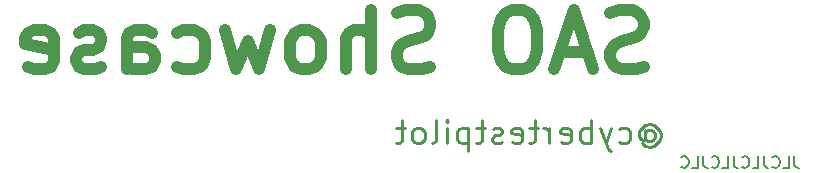
<source format=gbo>
%TF.GenerationSoftware,KiCad,Pcbnew,(6.0.6-0)*%
%TF.CreationDate,2022-08-20T19:49:00-04:00*%
%TF.ProjectId,SAO_Platform,53414f5f-506c-4617-9466-6f726d2e6b69,rev?*%
%TF.SameCoordinates,Original*%
%TF.FileFunction,Legend,Bot*%
%TF.FilePolarity,Positive*%
%FSLAX46Y46*%
G04 Gerber Fmt 4.6, Leading zero omitted, Abs format (unit mm)*
G04 Created by KiCad (PCBNEW (6.0.6-0)) date 2022-08-20 19:49:00*
%MOMM*%
%LPD*%
G01*
G04 APERTURE LIST*
%ADD10C,0.150000*%
%ADD11C,0.250000*%
%ADD12C,1.000000*%
G04 APERTURE END LIST*
D10*
X239569047Y-97242380D02*
X239569047Y-97956666D01*
X239616666Y-98099523D01*
X239711904Y-98194761D01*
X239854761Y-98242380D01*
X239950000Y-98242380D01*
X238616666Y-98242380D02*
X239092857Y-98242380D01*
X239092857Y-97242380D01*
X237711904Y-98147142D02*
X237759523Y-98194761D01*
X237902380Y-98242380D01*
X237997619Y-98242380D01*
X238140476Y-98194761D01*
X238235714Y-98099523D01*
X238283333Y-98004285D01*
X238330952Y-97813809D01*
X238330952Y-97670952D01*
X238283333Y-97480476D01*
X238235714Y-97385238D01*
X238140476Y-97290000D01*
X237997619Y-97242380D01*
X237902380Y-97242380D01*
X237759523Y-97290000D01*
X237711904Y-97337619D01*
X236997619Y-97242380D02*
X236997619Y-97956666D01*
X237045238Y-98099523D01*
X237140476Y-98194761D01*
X237283333Y-98242380D01*
X237378571Y-98242380D01*
X236045238Y-98242380D02*
X236521428Y-98242380D01*
X236521428Y-97242380D01*
X235140476Y-98147142D02*
X235188095Y-98194761D01*
X235330952Y-98242380D01*
X235426190Y-98242380D01*
X235569047Y-98194761D01*
X235664285Y-98099523D01*
X235711904Y-98004285D01*
X235759523Y-97813809D01*
X235759523Y-97670952D01*
X235711904Y-97480476D01*
X235664285Y-97385238D01*
X235569047Y-97290000D01*
X235426190Y-97242380D01*
X235330952Y-97242380D01*
X235188095Y-97290000D01*
X235140476Y-97337619D01*
X234426190Y-97242380D02*
X234426190Y-97956666D01*
X234473809Y-98099523D01*
X234569047Y-98194761D01*
X234711904Y-98242380D01*
X234807142Y-98242380D01*
X233473809Y-98242380D02*
X233950000Y-98242380D01*
X233950000Y-97242380D01*
X232569047Y-98147142D02*
X232616666Y-98194761D01*
X232759523Y-98242380D01*
X232854761Y-98242380D01*
X232997619Y-98194761D01*
X233092857Y-98099523D01*
X233140476Y-98004285D01*
X233188095Y-97813809D01*
X233188095Y-97670952D01*
X233140476Y-97480476D01*
X233092857Y-97385238D01*
X232997619Y-97290000D01*
X232854761Y-97242380D01*
X232759523Y-97242380D01*
X232616666Y-97290000D01*
X232569047Y-97337619D01*
X231854761Y-97242380D02*
X231854761Y-97956666D01*
X231902380Y-98099523D01*
X231997619Y-98194761D01*
X232140476Y-98242380D01*
X232235714Y-98242380D01*
X230902380Y-98242380D02*
X231378571Y-98242380D01*
X231378571Y-97242380D01*
X229997619Y-98147142D02*
X230045238Y-98194761D01*
X230188095Y-98242380D01*
X230283333Y-98242380D01*
X230426190Y-98194761D01*
X230521428Y-98099523D01*
X230569047Y-98004285D01*
X230616666Y-97813809D01*
X230616666Y-97670952D01*
X230569047Y-97480476D01*
X230521428Y-97385238D01*
X230426190Y-97290000D01*
X230283333Y-97242380D01*
X230188095Y-97242380D01*
X230045238Y-97290000D01*
X229997619Y-97337619D01*
D11*
X226931904Y-95202380D02*
X227027142Y-95107142D01*
X227217619Y-95011904D01*
X227408095Y-95011904D01*
X227598571Y-95107142D01*
X227693809Y-95202380D01*
X227789047Y-95392857D01*
X227789047Y-95583333D01*
X227693809Y-95773809D01*
X227598571Y-95869047D01*
X227408095Y-95964285D01*
X227217619Y-95964285D01*
X227027142Y-95869047D01*
X226931904Y-95773809D01*
X226931904Y-95011904D02*
X226931904Y-95773809D01*
X226836666Y-95869047D01*
X226741428Y-95869047D01*
X226550952Y-95773809D01*
X226455714Y-95583333D01*
X226455714Y-95107142D01*
X226646190Y-94821428D01*
X226931904Y-94630952D01*
X227312857Y-94535714D01*
X227693809Y-94630952D01*
X227979523Y-94821428D01*
X228170000Y-95107142D01*
X228265238Y-95488095D01*
X228170000Y-95869047D01*
X227979523Y-96154761D01*
X227693809Y-96345238D01*
X227312857Y-96440476D01*
X226931904Y-96345238D01*
X226646190Y-96154761D01*
X224741428Y-96059523D02*
X224931904Y-96154761D01*
X225312857Y-96154761D01*
X225503333Y-96059523D01*
X225598571Y-95964285D01*
X225693809Y-95773809D01*
X225693809Y-95202380D01*
X225598571Y-95011904D01*
X225503333Y-94916666D01*
X225312857Y-94821428D01*
X224931904Y-94821428D01*
X224741428Y-94916666D01*
X224074761Y-94821428D02*
X223598571Y-96154761D01*
X223122380Y-94821428D02*
X223598571Y-96154761D01*
X223789047Y-96630952D01*
X223884285Y-96726190D01*
X224074761Y-96821428D01*
X222360476Y-96154761D02*
X222360476Y-94154761D01*
X222360476Y-94916666D02*
X222170000Y-94821428D01*
X221789047Y-94821428D01*
X221598571Y-94916666D01*
X221503333Y-95011904D01*
X221408095Y-95202380D01*
X221408095Y-95773809D01*
X221503333Y-95964285D01*
X221598571Y-96059523D01*
X221789047Y-96154761D01*
X222170000Y-96154761D01*
X222360476Y-96059523D01*
X219789047Y-96059523D02*
X219979523Y-96154761D01*
X220360476Y-96154761D01*
X220550952Y-96059523D01*
X220646190Y-95869047D01*
X220646190Y-95107142D01*
X220550952Y-94916666D01*
X220360476Y-94821428D01*
X219979523Y-94821428D01*
X219789047Y-94916666D01*
X219693809Y-95107142D01*
X219693809Y-95297619D01*
X220646190Y-95488095D01*
X218836666Y-96154761D02*
X218836666Y-94821428D01*
X218836666Y-95202380D02*
X218741428Y-95011904D01*
X218646190Y-94916666D01*
X218455714Y-94821428D01*
X218265238Y-94821428D01*
X217884285Y-94821428D02*
X217122380Y-94821428D01*
X217598571Y-94154761D02*
X217598571Y-95869047D01*
X217503333Y-96059523D01*
X217312857Y-96154761D01*
X217122380Y-96154761D01*
X215693809Y-96059523D02*
X215884285Y-96154761D01*
X216265238Y-96154761D01*
X216455714Y-96059523D01*
X216550952Y-95869047D01*
X216550952Y-95107142D01*
X216455714Y-94916666D01*
X216265238Y-94821428D01*
X215884285Y-94821428D01*
X215693809Y-94916666D01*
X215598571Y-95107142D01*
X215598571Y-95297619D01*
X216550952Y-95488095D01*
X214836666Y-96059523D02*
X214646190Y-96154761D01*
X214265238Y-96154761D01*
X214074761Y-96059523D01*
X213979523Y-95869047D01*
X213979523Y-95773809D01*
X214074761Y-95583333D01*
X214265238Y-95488095D01*
X214550952Y-95488095D01*
X214741428Y-95392857D01*
X214836666Y-95202380D01*
X214836666Y-95107142D01*
X214741428Y-94916666D01*
X214550952Y-94821428D01*
X214265238Y-94821428D01*
X214074761Y-94916666D01*
X213408095Y-94821428D02*
X212646190Y-94821428D01*
X213122380Y-94154761D02*
X213122380Y-95869047D01*
X213027142Y-96059523D01*
X212836666Y-96154761D01*
X212646190Y-96154761D01*
X211979523Y-94821428D02*
X211979523Y-96821428D01*
X211979523Y-94916666D02*
X211789047Y-94821428D01*
X211408095Y-94821428D01*
X211217619Y-94916666D01*
X211122380Y-95011904D01*
X211027142Y-95202380D01*
X211027142Y-95773809D01*
X211122380Y-95964285D01*
X211217619Y-96059523D01*
X211408095Y-96154761D01*
X211789047Y-96154761D01*
X211979523Y-96059523D01*
X210170000Y-96154761D02*
X210170000Y-94821428D01*
X210170000Y-94154761D02*
X210265238Y-94250000D01*
X210170000Y-94345238D01*
X210074761Y-94250000D01*
X210170000Y-94154761D01*
X210170000Y-94345238D01*
X208931904Y-96154761D02*
X209122380Y-96059523D01*
X209217619Y-95869047D01*
X209217619Y-94154761D01*
X207884285Y-96154761D02*
X208074761Y-96059523D01*
X208170000Y-95964285D01*
X208265238Y-95773809D01*
X208265238Y-95202380D01*
X208170000Y-95011904D01*
X208074761Y-94916666D01*
X207884285Y-94821428D01*
X207598571Y-94821428D01*
X207408095Y-94916666D01*
X207312857Y-95011904D01*
X207217619Y-95202380D01*
X207217619Y-95773809D01*
X207312857Y-95964285D01*
X207408095Y-96059523D01*
X207598571Y-96154761D01*
X207884285Y-96154761D01*
X206646190Y-94821428D02*
X205884285Y-94821428D01*
X206360476Y-94154761D02*
X206360476Y-95869047D01*
X206265238Y-96059523D01*
X206074761Y-96154761D01*
X205884285Y-96154761D01*
D12*
X226850476Y-89653809D02*
X226136190Y-89891904D01*
X224945714Y-89891904D01*
X224469523Y-89653809D01*
X224231428Y-89415714D01*
X223993333Y-88939523D01*
X223993333Y-88463333D01*
X224231428Y-87987142D01*
X224469523Y-87749047D01*
X224945714Y-87510952D01*
X225898095Y-87272857D01*
X226374285Y-87034761D01*
X226612380Y-86796666D01*
X226850476Y-86320476D01*
X226850476Y-85844285D01*
X226612380Y-85368095D01*
X226374285Y-85130000D01*
X225898095Y-84891904D01*
X224707619Y-84891904D01*
X223993333Y-85130000D01*
X222088571Y-88463333D02*
X219707619Y-88463333D01*
X222564761Y-89891904D02*
X220898095Y-84891904D01*
X219231428Y-89891904D01*
X216612380Y-84891904D02*
X215660000Y-84891904D01*
X215183809Y-85130000D01*
X214707619Y-85606190D01*
X214469523Y-86558571D01*
X214469523Y-88225238D01*
X214707619Y-89177619D01*
X215183809Y-89653809D01*
X215660000Y-89891904D01*
X216612380Y-89891904D01*
X217088571Y-89653809D01*
X217564761Y-89177619D01*
X217802857Y-88225238D01*
X217802857Y-86558571D01*
X217564761Y-85606190D01*
X217088571Y-85130000D01*
X216612380Y-84891904D01*
X208755238Y-89653809D02*
X208040952Y-89891904D01*
X206850476Y-89891904D01*
X206374285Y-89653809D01*
X206136190Y-89415714D01*
X205898095Y-88939523D01*
X205898095Y-88463333D01*
X206136190Y-87987142D01*
X206374285Y-87749047D01*
X206850476Y-87510952D01*
X207802857Y-87272857D01*
X208279047Y-87034761D01*
X208517142Y-86796666D01*
X208755238Y-86320476D01*
X208755238Y-85844285D01*
X208517142Y-85368095D01*
X208279047Y-85130000D01*
X207802857Y-84891904D01*
X206612380Y-84891904D01*
X205898095Y-85130000D01*
X203755238Y-89891904D02*
X203755238Y-84891904D01*
X201612380Y-89891904D02*
X201612380Y-87272857D01*
X201850476Y-86796666D01*
X202326666Y-86558571D01*
X203040952Y-86558571D01*
X203517142Y-86796666D01*
X203755238Y-87034761D01*
X198517142Y-89891904D02*
X198993333Y-89653809D01*
X199231428Y-89415714D01*
X199469523Y-88939523D01*
X199469523Y-87510952D01*
X199231428Y-87034761D01*
X198993333Y-86796666D01*
X198517142Y-86558571D01*
X197802857Y-86558571D01*
X197326666Y-86796666D01*
X197088571Y-87034761D01*
X196850476Y-87510952D01*
X196850476Y-88939523D01*
X197088571Y-89415714D01*
X197326666Y-89653809D01*
X197802857Y-89891904D01*
X198517142Y-89891904D01*
X195183809Y-86558571D02*
X194231428Y-89891904D01*
X193279047Y-87510952D01*
X192326666Y-89891904D01*
X191374285Y-86558571D01*
X187326666Y-89653809D02*
X187802857Y-89891904D01*
X188755238Y-89891904D01*
X189231428Y-89653809D01*
X189469523Y-89415714D01*
X189707619Y-88939523D01*
X189707619Y-87510952D01*
X189469523Y-87034761D01*
X189231428Y-86796666D01*
X188755238Y-86558571D01*
X187802857Y-86558571D01*
X187326666Y-86796666D01*
X183040952Y-89891904D02*
X183040952Y-87272857D01*
X183279047Y-86796666D01*
X183755238Y-86558571D01*
X184707619Y-86558571D01*
X185183809Y-86796666D01*
X183040952Y-89653809D02*
X183517142Y-89891904D01*
X184707619Y-89891904D01*
X185183809Y-89653809D01*
X185421904Y-89177619D01*
X185421904Y-88701428D01*
X185183809Y-88225238D01*
X184707619Y-87987142D01*
X183517142Y-87987142D01*
X183040952Y-87749047D01*
X180898095Y-89653809D02*
X180421904Y-89891904D01*
X179469523Y-89891904D01*
X178993333Y-89653809D01*
X178755238Y-89177619D01*
X178755238Y-88939523D01*
X178993333Y-88463333D01*
X179469523Y-88225238D01*
X180183809Y-88225238D01*
X180660000Y-87987142D01*
X180898095Y-87510952D01*
X180898095Y-87272857D01*
X180660000Y-86796666D01*
X180183809Y-86558571D01*
X179469523Y-86558571D01*
X178993333Y-86796666D01*
X174707619Y-89653809D02*
X175183809Y-89891904D01*
X176136190Y-89891904D01*
X176612380Y-89653809D01*
X176850476Y-89177619D01*
X176850476Y-87272857D01*
X176612380Y-86796666D01*
X176136190Y-86558571D01*
X175183809Y-86558571D01*
X174707619Y-86796666D01*
X174469523Y-87272857D01*
X174469523Y-87749047D01*
X176850476Y-88225238D01*
M02*

</source>
